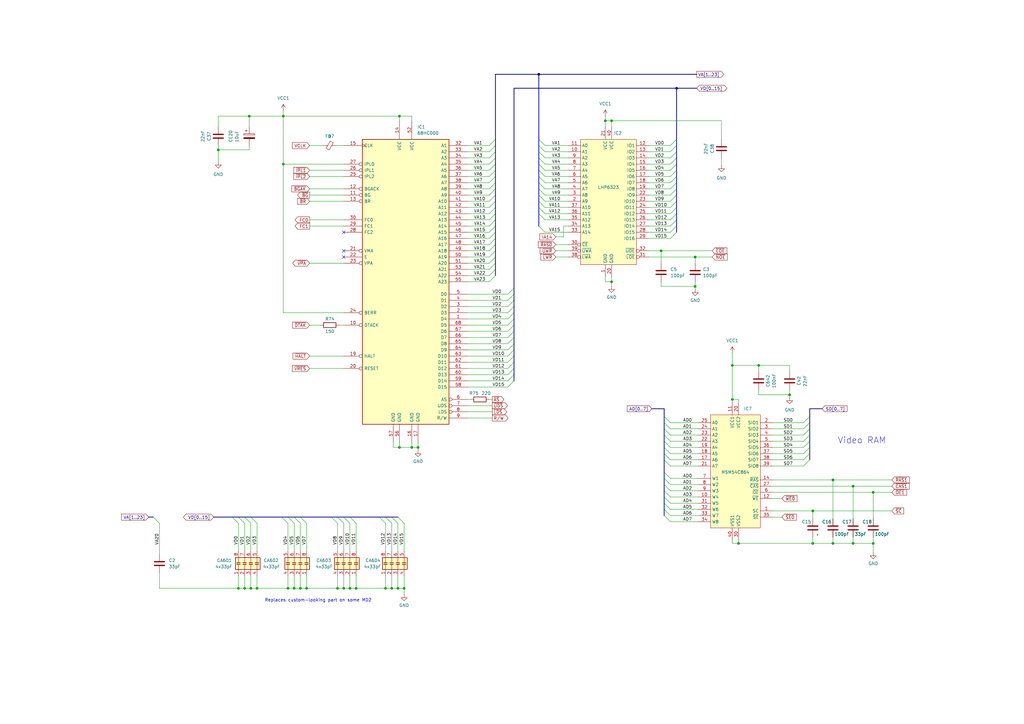
<source format=kicad_sch>
(kicad_sch (version 20250114) (generator "eeschema") (generator_version "9.0")
  (paper "A3")
  (title_block (title "MD CPU and VRAM") (date "2023-11-29") (rev "1.3") (company "By Cosam") (comment 1 "Neptune"))
  (text "Replaces custom-looking part on some MD2" (at 108.585 247.015 0) (effects (font (size 1.27 1.27)) (justify left bottom)))
  (text "Video RAM" (at 343.535 182.245 0) (effects (font (size 2.54 2.54)) (justify left bottom)))
  (junction (at 300.355 163.83))
  (junction (at 100.33 241.3))
  (junction (at 341.63 196.85))
  (junction (at 358.14 201.93))
  (junction (at 250.825 115.57))
  (junction (at 171.45 183.515))
  (junction (at 341.63 222.885))
  (junction (at 102.235 47.625))
  (junction (at 358.14 222.885))
  (junction (at 160.655 241.3))
  (junction (at 285.115 105.41))
  (junction (at 163.83 183.515))
  (junction (at 349.885 222.885))
  (junction (at 143.51 241.3))
  (junction (at 102.87 241.3))
  (junction (at 105.41 241.3))
  (junction (at 333.375 222.885))
  (junction (at 349.885 199.39))
  (junction (at 116.205 67.31))
  (junction (at 250.825 49.53))
  (junction (at 311.15 149.86))
  (junction (at 118.11 241.3))
  (junction (at 89.535 61.468))
  (junction (at 158.115 241.3))
  (junction (at 323.85 161.925))
  (junction (at 125.73 241.3))
  (junction (at 277.495 36.195))
  (junction (at 165.735 241.3))
  (junction (at 116.205 47.625))
  (junction (at 163.195 241.3))
  (junction (at 271.145 102.87))
  (junction (at 300.355 149.86))
  (junction (at 163.83 47.625))
  (junction (at 123.19 241.3))
  (junction (at 140.97 241.3))
  (junction (at 120.65 241.3))
  (junction (at 97.79 241.3))
  (junction (at 138.43 241.3))
  (junction (at 220.98 30.48))
  (junction (at 333.375 209.55))
  (junction (at 248.285 49.53))
  (junction (at 285.115 117.475))
  (junction (at 146.05 241.3))
  (junction (at 168.91 183.515))
  (junction (at 302.895 222.885))
  (no_connect (at 140.97 105.41))
  (no_connect (at 140.97 95.25))
  (no_connect (at 140.97 102.87))
  (bus_entry (at 210.82 143.51) (size -2.54 2.54))
  (bus_entry (at 143.51 212.09) (size 2.54 2.54))
  (bus_entry (at 329.565 180.975) (size 2.54 -2.54))
  (bus_entry (at 200.66 105.41) (size 2.54 -2.54))
  (bus_entry (at 200.66 107.95) (size 2.54 -2.54))
  (bus_entry (at 329.565 186.055) (size 2.54 -2.54))
  (bus_entry (at 135.89 212.09) (size 2.54 2.54))
  (bus_entry (at 277.495 57.15) (size -2.54 2.54))
  (bus_entry (at 274.955 191.135) (size -2.54 -2.54))
  (bus_entry (at 223.52 90.17) (size -2.54 -2.54))
  (bus_entry (at 200.66 110.49) (size 2.54 -2.54))
  (bus_entry (at 277.495 85.09) (size -2.54 2.54))
  (bus_entry (at 210.82 138.43) (size -2.54 2.54))
  (bus_entry (at 277.495 82.55) (size -2.54 2.54))
  (bus_entry (at 223.52 85.09) (size -2.54 -2.54))
  (bus_entry (at 210.82 130.81) (size -2.54 2.54))
  (bus_entry (at 277.495 74.93) (size -2.54 2.54))
  (bus_entry (at 223.52 62.23) (size -2.54 -2.54))
  (bus_entry (at 223.52 69.85) (size -2.54 -2.54))
  (bus_entry (at 277.495 77.47) (size -2.54 2.54))
  (bus_entry (at 274.955 198.755) (size -2.54 -2.54))
  (bus_entry (at 277.495 95.25) (size -2.54 2.54))
  (bus_entry (at 223.52 72.39) (size -2.54 -2.54))
  (bus_entry (at 223.52 67.31) (size -2.54 -2.54))
  (bus_entry (at 97.79 212.09) (size 2.54 2.54))
  (bus_entry (at 200.66 113.03) (size 2.54 -2.54))
  (bus_entry (at 223.52 77.47) (size -2.54 -2.54))
  (bus_entry (at 277.495 62.23) (size -2.54 2.54))
  (bus_entry (at 329.565 188.595) (size 2.54 -2.54))
  (bus_entry (at 274.955 188.595) (size -2.54 -2.54))
  (bus_entry (at 329.565 175.895) (size 2.54 -2.54))
  (bus_entry (at 223.52 74.93) (size -2.54 -2.54))
  (bus_entry (at 274.955 196.215) (size -2.54 -2.54))
  (bus_entry (at 210.82 123.19) (size -2.54 2.54))
  (bus_entry (at 329.565 178.435) (size 2.54 -2.54))
  (bus_entry (at 274.955 211.455) (size -2.54 -2.54))
  (bus_entry (at 210.82 153.67) (size -2.54 2.54))
  (bus_entry (at 200.66 97.79) (size 2.54 -2.54))
  (bus_entry (at 200.66 95.25) (size 2.54 -2.54))
  (bus_entry (at 223.52 87.63) (size -2.54 -2.54))
  (bus_entry (at 95.25 212.09) (size 2.54 2.54))
  (bus_entry (at 200.66 90.17) (size 2.54 -2.54))
  (bus_entry (at 223.52 64.77) (size -2.54 -2.54))
  (bus_entry (at 274.955 213.995) (size -2.54 -2.54))
  (bus_entry (at 277.495 59.69) (size -2.54 2.54))
  (bus_entry (at 210.82 133.35) (size -2.54 2.54))
  (bus_entry (at 274.955 203.835) (size -2.54 -2.54))
  (bus_entry (at 277.495 72.39) (size -2.54 2.54))
  (bus_entry (at 65.405 214.63) (size -2.54 -2.54))
  (bus_entry (at 329.565 183.515) (size 2.54 -2.54))
  (bus_entry (at 223.52 59.69) (size -2.54 -2.54))
  (bus_entry (at 274.955 175.895) (size -2.54 -2.54))
  (bus_entry (at 210.82 151.13) (size -2.54 2.54))
  (bus_entry (at 274.955 178.435) (size -2.54 -2.54))
  (bus_entry (at 210.82 125.73) (size -2.54 2.54))
  (bus_entry (at 200.66 82.55) (size 2.54 -2.54))
  (bus_entry (at 200.66 62.23) (size 2.54 -2.54))
  (bus_entry (at 223.52 80.01) (size -2.54 -2.54))
  (bus_entry (at 200.66 69.85) (size 2.54 -2.54))
  (bus_entry (at 200.66 74.93) (size 2.54 -2.54))
  (bus_entry (at 200.66 100.33) (size 2.54 -2.54))
  (bus_entry (at 140.97 212.09) (size 2.54 2.54))
  (bus_entry (at 274.955 173.355) (size -2.54 -2.54))
  (bus_entry (at 200.66 102.87) (size 2.54 -2.54))
  (bus_entry (at 223.52 95.25) (size -2.54 -2.54))
  (bus_entry (at 329.565 173.355) (size 2.54 -2.54))
  (bus_entry (at 274.955 201.295) (size -2.54 -2.54))
  (bus_entry (at 200.66 87.63) (size 2.54 -2.54))
  (bus_entry (at 200.66 85.09) (size 2.54 -2.54))
  (bus_entry (at 118.11 212.09) (size 2.54 2.54))
  (bus_entry (at 120.65 212.09) (size 2.54 2.54))
  (bus_entry (at 277.495 92.71) (size -2.54 2.54))
  (bus_entry (at 274.955 206.375) (size -2.54 -2.54))
  (bus_entry (at 277.495 69.85) (size -2.54 2.54))
  (bus_entry (at 210.82 146.05) (size -2.54 2.54))
  (bus_entry (at 200.66 77.47) (size 2.54 -2.54))
  (bus_entry (at 200.66 80.01) (size 2.54 -2.54))
  (bus_entry (at 123.19 212.09) (size 2.54 2.54))
  (bus_entry (at 100.33 212.09) (size 2.54 2.54))
  (bus_entry (at 274.955 183.515) (size -2.54 -2.54))
  (bus_entry (at 200.66 115.57) (size 2.54 -2.54))
  (bus_entry (at 200.66 67.31) (size 2.54 -2.54))
  (bus_entry (at 277.495 80.01) (size -2.54 2.54))
  (bus_entry (at 158.115 212.09) (size 2.54 2.54))
  (bus_entry (at 329.565 191.135) (size 2.54 -2.54))
  (bus_entry (at 138.43 212.09) (size 2.54 2.54))
  (bus_entry (at 102.87 212.09) (size 2.54 2.54))
  (bus_entry (at 274.955 186.055) (size -2.54 -2.54))
  (bus_entry (at 277.495 67.31) (size -2.54 2.54))
  (bus_entry (at 210.82 118.11) (size -2.54 2.54))
  (bus_entry (at 274.955 180.975) (size -2.54 -2.54))
  (bus_entry (at 163.195 212.09) (size 2.54 2.54))
  (bus_entry (at 210.82 128.27) (size -2.54 2.54))
  (bus_entry (at 210.82 148.59) (size -2.54 2.54))
  (bus_entry (at 160.655 212.09) (size 2.54 2.54))
  (bus_entry (at 277.495 90.17) (size -2.54 2.54))
  (bus_entry (at 200.66 72.39) (size 2.54 -2.54))
  (bus_entry (at 200.66 59.69) (size 2.54 -2.54))
  (bus_entry (at 210.82 135.89) (size -2.54 2.54))
  (bus_entry (at 210.82 156.21) (size -2.54 2.54))
  (bus_entry (at 200.66 64.77) (size 2.54 -2.54))
  (bus_entry (at 223.52 82.55) (size -2.54 -2.54))
  (bus_entry (at 277.495 64.77) (size -2.54 2.54))
  (bus_entry (at 274.955 208.915) (size -2.54 -2.54))
  (bus_entry (at 210.82 120.65) (size -2.54 2.54))
  (bus_entry (at 210.82 140.97) (size -2.54 2.54))
  (bus_entry (at 277.495 87.63) (size -2.54 2.54))
  (bus_entry (at 200.66 92.71) (size 2.54 -2.54))
  (bus_entry (at 115.57 212.09) (size 2.54 2.54))
  (bus_entry (at 155.575 212.09) (size 2.54 2.54))
  (wire (pts (xy 316.865 191.135) (xy 329.565 191.135)))
  (bus (pts (xy 277.495 72.39) (xy 277.495 69.85)))
  (wire (pts (xy 118.11 236.22) (xy 118.11 241.3)))
  (wire (pts (xy 158.115 214.63) (xy 158.115 226.06)))
  (wire (pts (xy 223.52 74.93) (xy 233.045 74.93)))
  (wire (pts (xy 358.14 222.885) (xy 358.14 226.695)))
  (wire (pts (xy 140.97 241.3) (xy 143.51 241.3)))
  (wire (pts (xy 191.77 151.13) (xy 208.28 151.13)))
  (bus (pts (xy 220.98 77.47) (xy 220.98 74.93)))
  (wire (pts (xy 266.065 80.01) (xy 274.955 80.01)))
  (wire (pts (xy 100.33 241.3) (xy 102.87 241.3)))
  (bus (pts (xy 210.82 138.43) (xy 210.82 135.89)))
  (wire (pts (xy 316.865 209.55) (xy 333.375 209.55)))
  (wire (pts (xy 274.955 186.055) (xy 286.385 186.055)))
  (wire (pts (xy 266.065 87.63) (xy 274.955 87.63)))
  (wire (pts (xy 316.865 204.47) (xy 320.675 204.47)))
  (wire (pts (xy 191.77 140.97) (xy 208.28 140.97)))
  (wire (pts (xy 165.735 236.22) (xy 165.735 241.3)))
  (wire (pts (xy 191.77 163.83) (xy 193.04 163.83)))
  (wire (pts (xy 191.77 113.03) (xy 200.66 113.03)))
  (bus (pts (xy 332.105 186.055) (xy 332.105 183.515)))
  (wire (pts (xy 163.195 236.22) (xy 163.195 241.3)))
  (wire (pts (xy 271.145 117.475) (xy 271.145 115.57)))
  (wire (pts (xy 171.45 183.515) (xy 171.45 184.785)))
  (wire (pts (xy 266.065 67.31) (xy 274.955 67.31)))
  (wire (pts (xy 161.29 181.61) (xy 161.29 183.515)))
  (wire (pts (xy 100.33 236.22) (xy 100.33 241.3)))
  (wire (pts (xy 274.955 191.135) (xy 286.385 191.135)))
  (bus (pts (xy 203.2 67.31) (xy 203.2 64.77)))
  (wire (pts (xy 223.52 95.25) (xy 233.045 95.25)))
  (wire (pts (xy 223.52 72.39) (xy 233.045 72.39)))
  (wire (pts (xy 138.43 241.3) (xy 140.97 241.3)))
  (wire (pts (xy 323.85 161.925) (xy 311.15 161.925)))
  (wire (pts (xy 295.91 57.15) (xy 295.91 49.53)))
  (bus (pts (xy 332.105 188.595) (xy 332.105 186.055)))
  (bus (pts (xy 272.415 201.295) (xy 272.415 198.755)))
  (wire (pts (xy 97.79 241.3) (xy 65.405 241.3)))
  (wire (pts (xy 223.52 85.09) (xy 233.045 85.09)))
  (wire (pts (xy 341.63 196.85) (xy 341.63 212.725)))
  (bus (pts (xy 203.2 92.71) (xy 203.2 90.17)))
  (bus (pts (xy 203.2 80.01) (xy 203.2 77.47)))
  (wire (pts (xy 274.955 213.995) (xy 286.385 213.995)))
  (bus (pts (xy 210.82 123.19) (xy 210.82 120.65)))
  (wire (pts (xy 191.77 130.81) (xy 208.28 130.81)))
  (bus (pts (xy 203.2 85.09) (xy 203.2 82.55)))
  (bus (pts (xy 277.495 90.17) (xy 277.495 87.63)))
  (wire (pts (xy 323.85 160.02) (xy 323.85 161.925)))
  (wire (pts (xy 65.405 241.3) (xy 65.405 234.95)))
  (wire (pts (xy 223.52 62.23) (xy 233.045 62.23)))
  (wire (pts (xy 137.795 59.69) (xy 140.97 59.69)))
  (wire (pts (xy 285.115 115.57) (xy 285.115 117.475)))
  (bus (pts (xy 272.415 188.595) (xy 272.415 193.675)))
  (bus (pts (xy 272.415 211.455) (xy 272.415 208.915)))
  (bus (pts (xy 203.2 87.63) (xy 203.2 85.09)))
  (bus (pts (xy 210.82 135.89) (xy 210.82 133.35)))
  (wire (pts (xy 191.77 72.39) (xy 200.66 72.39)))
  (wire (pts (xy 316.865 201.93) (xy 358.14 201.93)))
  (wire (pts (xy 323.85 152.4) (xy 323.85 149.86)))
  (wire (pts (xy 168.91 47.625) (xy 168.91 49.53)))
  (wire (pts (xy 300.355 222.885) (xy 300.355 221.615)))
  (bus (pts (xy 210.82 140.97) (xy 210.82 138.43)))
  (bus (pts (xy 277.495 57.15) (xy 277.495 36.195)))
  (wire (pts (xy 191.77 133.35) (xy 208.28 133.35)))
  (wire (pts (xy 302.895 222.885) (xy 300.355 222.885)))
  (wire (pts (xy 316.865 186.055) (xy 329.565 186.055)))
  (wire (pts (xy 274.955 183.515) (xy 286.385 183.515)))
  (wire (pts (xy 191.77 148.59) (xy 208.28 148.59)))
  (bus (pts (xy 210.82 148.59) (xy 210.82 146.05)))
  (bus (pts (xy 220.98 87.63) (xy 220.98 92.71)))
  (wire (pts (xy 127 80.01) (xy 140.97 80.01)))
  (wire (pts (xy 191.77 100.33) (xy 200.66 100.33)))
  (wire (pts (xy 274.955 206.375) (xy 286.385 206.375)))
  (wire (pts (xy 191.77 156.21) (xy 208.28 156.21)))
  (wire (pts (xy 127 146.05) (xy 140.97 146.05)))
  (wire (pts (xy 300.355 149.86) (xy 311.15 149.86)))
  (bus (pts (xy 203.2 110.49) (xy 203.2 107.95)))
  (bus (pts (xy 210.82 156.21) (xy 210.82 153.67)))
  (wire (pts (xy 123.19 241.3) (xy 125.73 241.3)))
  (wire (pts (xy 105.41 214.63) (xy 105.41 226.06)))
  (bus (pts (xy 97.79 212.09) (xy 95.25 212.09)))
  (wire (pts (xy 116.205 45.339) (xy 116.205 47.625)))
  (bus (pts (xy 220.98 59.69) (xy 220.98 57.15)))
  (wire (pts (xy 274.955 201.295) (xy 286.385 201.295)))
  (wire (pts (xy 250.825 115.57) (xy 250.825 117.475)))
  (wire (pts (xy 274.955 180.975) (xy 286.385 180.975)))
  (wire (pts (xy 349.885 199.39) (xy 365.76 199.39)))
  (wire (pts (xy 160.655 236.22) (xy 160.655 241.3)))
  (bus (pts (xy 203.2 105.41) (xy 203.2 102.87)))
  (wire (pts (xy 285.115 105.41) (xy 285.115 107.95)))
  (wire (pts (xy 223.52 87.63) (xy 233.045 87.63)))
  (wire (pts (xy 191.77 120.65) (xy 208.28 120.65)))
  (wire (pts (xy 311.15 149.86) (xy 311.15 152.4)))
  (wire (pts (xy 127 82.55) (xy 140.97 82.55)))
  (wire (pts (xy 127 69.85) (xy 140.97 69.85)))
  (bus (pts (xy 102.87 212.09) (xy 100.33 212.09)))
  (wire (pts (xy 316.865 178.435) (xy 329.565 178.435)))
  (wire (pts (xy 285.115 105.41) (xy 292.1 105.41)))
  (wire (pts (xy 223.52 59.69) (xy 233.045 59.69)))
  (wire (pts (xy 302.895 221.615) (xy 302.895 222.885)))
  (wire (pts (xy 191.77 166.37) (xy 201.93 166.37)))
  (bus (pts (xy 203.2 69.85) (xy 203.2 67.31)))
  (wire (pts (xy 295.91 64.77) (xy 295.91 67.945)))
  (bus (pts (xy 272.415 186.055) (xy 272.415 183.515)))
  (wire (pts (xy 274.955 188.595) (xy 286.385 188.595)))
  (bus (pts (xy 220.98 67.31) (xy 220.98 64.77)))
  (wire (pts (xy 127 77.47) (xy 140.97 77.47)))
  (wire (pts (xy 191.77 138.43) (xy 208.28 138.43)))
  (wire (pts (xy 266.065 85.09) (xy 274.955 85.09)))
  (wire (pts (xy 89.535 52.07) (xy 89.535 47.625)))
  (wire (pts (xy 349.885 220.345) (xy 349.885 222.885)))
  (wire (pts (xy 274.955 178.435) (xy 286.385 178.435)))
  (bus (pts (xy 277.495 82.55) (xy 277.495 80.01)))
  (wire (pts (xy 266.065 95.25) (xy 274.955 95.25)))
  (bus (pts (xy 277.495 77.47) (xy 277.495 74.93)))
  (wire (pts (xy 143.51 214.63) (xy 143.51 226.06)))
  (wire (pts (xy 163.195 214.63) (xy 163.195 226.06)))
  (wire (pts (xy 323.85 161.925) (xy 323.85 163.068)))
  (wire (pts (xy 160.655 214.63) (xy 160.655 226.06)))
  (wire (pts (xy 158.115 236.22) (xy 158.115 241.3)))
  (wire (pts (xy 250.825 113.665) (xy 250.825 115.57)))
  (wire (pts (xy 274.955 173.355) (xy 286.385 173.355)))
  (wire (pts (xy 300.355 149.86) (xy 300.355 163.83)))
  (wire (pts (xy 191.77 67.31) (xy 200.66 67.31)))
  (wire (pts (xy 191.77 62.23) (xy 200.66 62.23)))
  (wire (pts (xy 223.52 64.77) (xy 233.045 64.77)))
  (wire (pts (xy 333.375 209.55) (xy 365.76 209.55)))
  (wire (pts (xy 227.965 102.87) (xy 233.045 102.87)))
  (bus (pts (xy 337.185 167.64) (xy 332.105 167.64)))
  (wire (pts (xy 358.14 201.93) (xy 358.14 212.725)))
  (wire (pts (xy 285.115 117.475) (xy 285.115 118.745)))
  (wire (pts (xy 191.77 171.45) (xy 201.93 171.45)))
  (wire (pts (xy 191.77 115.57) (xy 200.66 115.57)))
  (wire (pts (xy 127 151.13) (xy 140.97 151.13)))
  (bus (pts (xy 220.98 30.48) (xy 220.98 57.15)))
  (wire (pts (xy 191.77 69.85) (xy 200.66 69.85)))
  (bus (pts (xy 220.98 64.77) (xy 220.98 62.23)))
  (wire (pts (xy 274.955 211.455) (xy 286.385 211.455)))
  (wire (pts (xy 102.235 47.625) (xy 116.205 47.625)))
  (wire (pts (xy 266.065 69.85) (xy 274.955 69.85)))
  (wire (pts (xy 191.77 59.69) (xy 200.66 59.69)))
  (wire (pts (xy 274.955 203.835) (xy 286.385 203.835)))
  (wire (pts (xy 274.955 175.895) (xy 286.385 175.895)))
  (wire (pts (xy 146.05 236.22) (xy 146.05 241.3)))
  (wire (pts (xy 223.52 82.55) (xy 233.045 82.55)))
  (bus (pts (xy 203.2 90.17) (xy 203.2 87.63)))
  (bus (pts (xy 203.2 107.95) (xy 203.2 105.41)))
  (wire (pts (xy 163.83 183.515) (xy 168.91 183.515)))
  (wire (pts (xy 102.87 214.63) (xy 102.87 226.06)))
  (bus (pts (xy 272.415 186.055) (xy 272.415 188.595)))
  (wire (pts (xy 248.285 47.625) (xy 248.285 49.53)))
  (wire (pts (xy 160.655 241.3) (xy 163.195 241.3)))
  (bus (pts (xy 332.105 178.435) (xy 332.105 175.895)))
  (wire (pts (xy 223.52 77.47) (xy 233.045 77.47)))
  (wire (pts (xy 358.14 222.885) (xy 349.885 222.885)))
  (bus (pts (xy 272.415 173.355) (xy 272.415 170.815)))
  (wire (pts (xy 191.77 143.51) (xy 208.28 143.51)))
  (bus (pts (xy 210.82 130.81) (xy 210.82 128.27)))
  (wire (pts (xy 89.535 47.625) (xy 102.235 47.625)))
  (wire (pts (xy 89.535 61.468) (xy 89.535 66.421)))
  (wire (pts (xy 163.83 47.625) (xy 163.83 49.53)))
  (wire (pts (xy 266.065 105.41) (xy 285.115 105.41)))
  (wire (pts (xy 266.065 90.17) (xy 274.955 90.17)))
  (wire (pts (xy 191.77 74.93) (xy 200.66 74.93)))
  (wire (pts (xy 140.97 214.63) (xy 140.97 226.06)))
  (bus (pts (xy 203.2 82.55) (xy 203.2 80.01)))
  (bus (pts (xy 203.2 95.25) (xy 203.2 92.71)))
  (wire (pts (xy 266.065 102.87) (xy 271.145 102.87)))
  (wire (pts (xy 358.14 220.345) (xy 358.14 222.885)))
  (wire (pts (xy 316.865 188.595) (xy 329.565 188.595)))
  (wire (pts (xy 102.235 61.468) (xy 89.535 61.468)))
  (wire (pts (xy 285.115 117.475) (xy 271.145 117.475)))
  (wire (pts (xy 191.77 102.87) (xy 200.66 102.87)))
  (wire (pts (xy 65.405 214.63) (xy 65.405 227.33)))
  (bus (pts (xy 220.98 62.23) (xy 220.98 59.69)))
  (wire (pts (xy 316.865 199.39) (xy 349.885 199.39)))
  (wire (pts (xy 191.77 92.71) (xy 200.66 92.71)))
  (wire (pts (xy 143.51 236.22) (xy 143.51 241.3)))
  (bus (pts (xy 210.82 133.35) (xy 210.82 130.81)))
  (wire (pts (xy 191.77 95.25) (xy 200.66 95.25)))
  (wire (pts (xy 191.77 64.77) (xy 200.66 64.77)))
  (bus (pts (xy 203.2 62.23) (xy 203.2 59.69)))
  (bus (pts (xy 210.82 120.65) (xy 210.82 118.11)))
  (wire (pts (xy 349.885 222.885) (xy 341.63 222.885)))
  (bus (pts (xy 277.495 95.25) (xy 277.495 92.71)))
  (bus (pts (xy 332.105 170.815) (xy 332.105 173.355)))
  (bus (pts (xy 272.415 178.435) (xy 272.415 175.895)))
  (wire (pts (xy 171.45 181.61) (xy 171.45 183.515)))
  (wire (pts (xy 274.955 208.915) (xy 286.385 208.915)))
  (bus (pts (xy 203.2 30.48) (xy 203.2 57.15)))
  (wire (pts (xy 300.355 163.83) (xy 300.355 165.1)))
  (wire (pts (xy 358.14 201.93) (xy 365.76 201.93)))
  (wire (pts (xy 120.65 214.63) (xy 120.65 226.06)))
  (wire (pts (xy 123.19 214.63) (xy 123.19 226.06)))
  (wire (pts (xy 158.115 241.3) (xy 160.655 241.3)))
  (wire (pts (xy 116.205 47.625) (xy 116.205 67.31)))
  (bus (pts (xy 203.2 74.93) (xy 203.2 72.39)))
  (wire (pts (xy 191.77 146.05) (xy 208.28 146.05)))
  (bus (pts (xy 332.105 167.64) (xy 332.105 170.815)))
  (wire (pts (xy 316.865 196.85) (xy 341.63 196.85)))
  (wire (pts (xy 333.375 220.345) (xy 333.375 222.885)))
  (bus (pts (xy 138.43 212.09) (xy 135.89 212.09)))
  (wire (pts (xy 271.145 102.87) (xy 271.145 107.95)))
  (bus (pts (xy 203.2 113.03) (xy 203.2 110.49)))
  (wire (pts (xy 116.205 128.27) (xy 116.205 67.31)))
  (bus (pts (xy 203.2 102.87) (xy 203.2 100.33)))
  (wire (pts (xy 223.52 67.31) (xy 233.045 67.31)))
  (bus (pts (xy 203.2 64.77) (xy 203.2 62.23)))
  (wire (pts (xy 316.865 180.975) (xy 329.565 180.975)))
  (wire (pts (xy 102.235 47.625) (xy 102.235 52.07)))
  (wire (pts (xy 341.63 196.85) (xy 365.76 196.85)))
  (wire (pts (xy 266.065 72.39) (xy 274.955 72.39)))
  (wire (pts (xy 349.885 199.39) (xy 349.885 212.725)))
  (wire (pts (xy 266.065 92.71) (xy 274.955 92.71)))
  (wire (pts (xy 100.33 214.63) (xy 100.33 226.06)))
  (bus (pts (xy 203.2 77.47) (xy 203.2 74.93)))
  (wire (pts (xy 138.43 214.63) (xy 138.43 226.06)))
  (bus (pts (xy 115.57 212.09) (xy 102.87 212.09)))
  (bus (pts (xy 123.19 212.09) (xy 120.65 212.09)))
  (bus (pts (xy 163.195 212.09) (xy 160.655 212.09)))
  (bus (pts (xy 277.495 62.23) (xy 277.495 59.69)))
  (wire (pts (xy 266.065 82.55) (xy 274.955 82.55)))
  (wire (pts (xy 191.77 107.95) (xy 200.66 107.95)))
  (wire (pts (xy 274.955 196.215) (xy 286.385 196.215)))
  (bus (pts (xy 220.98 87.63) (xy 220.98 85.09)))
  (wire (pts (xy 191.77 82.55) (xy 200.66 82.55)))
  (wire (pts (xy 140.97 236.22) (xy 140.97 241.3)))
  (bus (pts (xy 220.98 30.48) (xy 285.75 30.48)))
  (bus (pts (xy 277.495 59.69) (xy 277.495 57.15)))
  (bus (pts (xy 203.2 30.48) (xy 220.98 30.48)))
  (bus (pts (xy 220.98 80.01) (xy 220.98 77.47)))
  (wire (pts (xy 266.065 64.77) (xy 274.955 64.77)))
  (wire (pts (xy 168.91 181.61) (xy 168.91 183.515)))
  (wire (pts (xy 125.73 214.63) (xy 125.73 226.06)))
  (wire (pts (xy 266.065 59.69) (xy 274.955 59.69)))
  (bus (pts (xy 220.98 85.09) (xy 220.98 82.55)))
  (wire (pts (xy 102.87 236.22) (xy 102.87 241.3)))
  (wire (pts (xy 191.77 128.27) (xy 208.28 128.27)))
  (wire (pts (xy 120.65 236.22) (xy 120.65 241.3)))
  (bus (pts (xy 120.65 212.09) (xy 118.11 212.09)))
  (wire (pts (xy 168.91 183.515) (xy 171.45 183.515)))
  (wire (pts (xy 89.535 59.69) (xy 89.535 61.468)))
  (bus (pts (xy 277.495 92.71) (xy 277.495 90.17)))
  (wire (pts (xy 163.83 181.61) (xy 163.83 183.515)))
  (wire (pts (xy 116.205 47.625) (xy 163.83 47.625)))
  (wire (pts (xy 300.355 163.83) (xy 302.895 163.83)))
  (wire (pts (xy 316.865 173.355) (xy 329.565 173.355)))
  (wire (pts (xy 266.065 74.93) (xy 274.955 74.93)))
  (wire (pts (xy 146.05 241.3) (xy 158.115 241.3)))
  (wire (pts (xy 200.66 163.83) (xy 201.93 163.83)))
  (wire (pts (xy 97.79 214.63) (xy 97.79 226.06)))
  (bus (pts (xy 277.495 74.93) (xy 277.495 72.39)))
  (bus (pts (xy 143.51 212.09) (xy 140.97 212.09)))
  (wire (pts (xy 302.895 163.83) (xy 302.895 165.1)))
  (wire (pts (xy 223.52 69.85) (xy 233.045 69.85)))
  (bus (pts (xy 272.415 175.895) (xy 272.415 173.355)))
  (wire (pts (xy 333.375 209.55) (xy 333.375 212.725)))
  (bus (pts (xy 210.82 125.73) (xy 210.82 123.19)))
  (wire (pts (xy 248.285 115.57) (xy 250.825 115.57)))
  (bus (pts (xy 220.98 82.55) (xy 220.98 80.01)))
  (wire (pts (xy 227.965 105.41) (xy 233.045 105.41)))
  (wire (pts (xy 191.77 123.19) (xy 208.28 123.19)))
  (wire (pts (xy 191.77 135.89) (xy 208.28 135.89)))
  (wire (pts (xy 138.43 236.22) (xy 138.43 241.3)))
  (wire (pts (xy 125.73 241.3) (xy 138.43 241.3)))
  (wire (pts (xy 250.825 49.53) (xy 250.825 52.07)))
  (wire (pts (xy 250.825 49.53) (xy 295.91 49.53)))
  (bus (pts (xy 203.2 97.79) (xy 203.2 95.25)))
  (wire (pts (xy 274.955 198.755) (xy 286.385 198.755)))
  (wire (pts (xy 191.77 125.73) (xy 208.28 125.73)))
  (wire (pts (xy 127 92.71) (xy 140.97 92.71)))
  (wire (pts (xy 127 90.17) (xy 140.97 90.17)))
  (wire (pts (xy 266.065 62.23) (xy 274.955 62.23)))
  (bus (pts (xy 135.89 212.09) (xy 123.19 212.09)))
  (wire (pts (xy 316.865 175.895) (xy 329.565 175.895)))
  (wire (pts (xy 191.77 85.09) (xy 200.66 85.09)))
  (bus (pts (xy 267.335 167.64) (xy 272.415 167.64)))
  (bus (pts (xy 210.82 143.51) (xy 210.82 140.97)))
  (bus (pts (xy 210.82 36.195) (xy 210.82 118.11)))
  (bus (pts (xy 277.495 64.77) (xy 277.495 62.23)))
  (wire (pts (xy 231.14 92.71) (xy 231.14 97.155)))
  (wire (pts (xy 165.735 241.3) (xy 165.735 243.84)))
  (wire (pts (xy 233.045 92.71) (xy 231.14 92.71)))
  (bus (pts (xy 332.105 180.975) (xy 332.105 178.435)))
  (wire (pts (xy 316.865 183.515) (xy 329.565 183.515)))
  (bus (pts (xy 277.495 80.01) (xy 277.495 77.47)))
  (bus (pts (xy 210.82 128.27) (xy 210.82 125.73)))
  (bus (pts (xy 210.82 146.05) (xy 210.82 143.51)))
  (bus (pts (xy 210.82 151.13) (xy 210.82 148.59)))
  (bus (pts (xy 158.115 212.09) (xy 155.575 212.09)))
  (wire (pts (xy 127 133.35) (xy 131.445 133.35)))
  (wire (pts (xy 300.355 144.78) (xy 300.355 149.86)))
  (wire (pts (xy 163.195 241.3) (xy 165.735 241.3)))
  (bus (pts (xy 272.415 180.975) (xy 272.415 178.435)))
  (bus (pts (xy 277.495 67.31) (xy 277.495 64.77)))
  (wire (pts (xy 120.65 241.3) (xy 123.19 241.3)))
  (bus (pts (xy 277.495 69.85) (xy 277.495 67.31)))
  (bus (pts (xy 160.655 212.09) (xy 158.115 212.09)))
  (bus (pts (xy 60.96 212.09) (xy 62.865 212.09)))
  (bus (pts (xy 118.11 212.09) (xy 115.57 212.09)))
  (wire (pts (xy 333.375 222.885) (xy 302.895 222.885)))
  (wire (pts (xy 102.235 59.69) (xy 102.235 61.468)))
  (bus (pts (xy 272.415 167.64) (xy 272.415 170.815)))
  (wire (pts (xy 139.065 133.35) (xy 140.97 133.35)))
  (bus (pts (xy 210.82 153.67) (xy 210.82 151.13)))
  (wire (pts (xy 341.63 222.885) (xy 333.375 222.885)))
  (wire (pts (xy 102.87 241.3) (xy 105.41 241.3)))
  (wire (pts (xy 127 59.69) (xy 132.715 59.69)))
  (wire (pts (xy 191.77 168.91) (xy 201.93 168.91)))
  (wire (pts (xy 191.77 80.01) (xy 200.66 80.01)))
  (bus (pts (xy 272.415 206.375) (xy 272.415 203.835)))
  (bus (pts (xy 277.495 36.195) (xy 210.82 36.195)))
  (wire (pts (xy 231.14 97.155) (xy 227.965 97.155)))
  (wire (pts (xy 248.285 49.53) (xy 248.285 52.07)))
  (bus (pts (xy 277.495 36.195) (xy 285.75 36.195)))
  (bus (pts (xy 140.97 212.09) (xy 138.43 212.09)))
  (wire (pts (xy 223.52 90.17) (xy 233.045 90.17)))
  (bus (pts (xy 203.2 72.39) (xy 203.2 69.85)))
  (wire (pts (xy 97.79 236.22) (xy 97.79 241.3)))
  (wire (pts (xy 143.51 241.3) (xy 146.05 241.3)))
  (wire (pts (xy 163.83 47.625) (xy 168.91 47.625)))
  (wire (pts (xy 118.11 214.63) (xy 118.11 226.06)))
  (wire (pts (xy 165.735 214.63) (xy 165.735 226.06)))
  (wire (pts (xy 105.41 241.3) (xy 118.11 241.3)))
  (bus (pts (xy 272.415 203.835) (xy 272.415 201.295)))
  (bus (pts (xy 220.98 72.39) (xy 220.98 69.85)))
  (bus (pts (xy 203.2 100.33) (xy 203.2 97.79)))
  (wire (pts (xy 191.77 87.63) (xy 200.66 87.63)))
  (wire (pts (xy 191.77 77.47) (xy 200.66 77.47)))
  (bus (pts (xy 272.415 208.915) (xy 272.415 206.375)))
  (bus (pts (xy 272.415 196.215) (xy 272.415 193.675)))
  (wire (pts (xy 127 72.39) (xy 140.97 72.39)))
  (wire (pts (xy 341.63 220.345) (xy 341.63 222.885)))
  (wire (pts (xy 227.965 100.33) (xy 233.045 100.33)))
  (wire (pts (xy 125.73 236.22) (xy 125.73 241.3)))
  (bus (pts (xy 220.98 69.85) (xy 220.98 67.31)))
  (wire (pts (xy 123.19 236.22) (xy 123.19 241.3)))
  (bus (pts (xy 203.2 59.69) (xy 203.2 57.15)))
  (wire (pts (xy 191.77 97.79) (xy 200.66 97.79)))
  (wire (pts (xy 97.79 241.3) (xy 100.33 241.3)))
  (wire (pts (xy 116.205 128.27) (xy 140.97 128.27)))
  (wire (pts (xy 105.41 236.22) (xy 105.41 241.3)))
  (bus (pts (xy 95.25 212.09) (xy 87.63 212.09)))
  (wire (pts (xy 266.065 97.79) (xy 274.955 97.79)))
  (wire (pts (xy 223.52 80.01) (xy 233.045 80.01)))
  (wire (pts (xy 311.15 149.86) (xy 323.85 149.86)))
  (bus (pts (xy 277.495 85.09) (xy 277.495 82.55)))
  (bus (pts (xy 332.105 175.895) (xy 332.105 173.355)))
  (wire (pts (xy 248.285 113.665) (xy 248.285 115.57)))
  (wire (pts (xy 191.77 90.17) (xy 200.66 90.17)))
  (wire (pts (xy 191.77 105.41) (xy 200.66 105.41)))
  (wire (pts (xy 127 107.95) (xy 140.97 107.95)))
  (bus (pts (xy 272.415 198.755) (xy 272.415 196.215)))
  (wire (pts (xy 161.29 183.515) (xy 163.83 183.515)))
  (bus (pts (xy 272.415 183.515) (xy 272.415 180.975)))
  (bus (pts (xy 277.495 87.63) (xy 277.495 85.09)))
  (wire (pts (xy 191.77 153.67) (xy 208.28 153.67)))
  (wire (pts (xy 146.05 214.63) (xy 146.05 226.06)))
  (bus (pts (xy 155.575 212.09) (xy 143.51 212.09)))
  (bus (pts (xy 220.98 74.93) (xy 220.98 72.39)))
  (wire (pts (xy 191.77 110.49) (xy 200.66 110.49)))
  (bus (pts (xy 332.105 183.515) (xy 332.105 180.975)))
  (wire (pts (xy 271.145 102.87) (xy 292.1 102.87)))
  (wire (pts (xy 118.11 241.3) (xy 120.65 241.3)))
  (wire (pts (xy 248.285 49.53) (xy 250.825 49.53)))
  (wire (pts (xy 191.77 158.75) (xy 208.28 158.75)))
  (wire (pts (xy 266.065 77.47) (xy 274.955 77.47)))
  (wire (pts (xy 311.15 161.925) (xy 311.15 160.02)))
  (wire (pts (xy 316.865 212.09) (xy 320.675 212.09)))
  (wire (pts (xy 116.205 67.31) (xy 140.97 67.31)))
  (bus (pts (xy 100.33 212.09) (xy 97.79 212.09)))
  (label "SD6" (at 321.31 188.595 0))
  (label "VA3" (at 194.31 64.77 0))
  (label "SD0" (at 321.31 173.355 0))
  (label "AD0" (at 283.845 196.215 180))
  (label "VA2" (at 229.87 62.23 180))
  (label "VD1" (at 100.33 223.52 90))
  (label "VD5" (at 268.605 72.39 0))
  (label "VA11" (at 194.31 85.09 0))
  (label "VD13" (at 201.93 153.67 0))
  (label "AD2" (at 283.845 178.435 180))
  (label "VD7" (at 125.73 223.52 90))
  (label "VD4" (at 268.605 69.85 0))
  (label "VA2" (at 194.31 62.23 0))
  (label "VA13" (at 229.87 90.17 180))
  (label "VD8" (at 268.605 80.01 0))
  (label "AD3" (at 283.845 203.835 180))
  (label "VD3" (at 268.605 67.31 0))
  (label "VD11" (at 146.05 223.52 90))
  (label "VD11" (at 268.605 87.63 0))
  (label "VA10" (at 229.87 82.55 180))
  (label "VD9" (at 201.93 143.51 0))
  (label "VD4" (at 201.93 130.81 0))
  (label "VD1" (at 201.93 123.19 0))
  (label "VA10" (at 194.31 82.55 0))
  (label "VA17" (at 194.31 100.33 0))
  (label "VD12" (at 268.605 90.17 0))
  (label "VA13" (at 194.31 90.17 0))
  (label "VA1" (at 194.31 59.69 0))
  (label "AD5" (at 283.845 208.915 180))
  (label "AD6" (at 283.845 188.595 180))
  (label "VA4" (at 194.31 67.31 0))
  (label "AD1" (at 283.845 198.755 180))
  (label "VD5" (at 201.93 133.35 0))
  (label "VD9" (at 268.605 82.55 0))
  (label "AD2" (at 283.845 201.295 180))
  (label "VD2" (at 201.93 125.73 0))
  (label "VD6" (at 201.93 135.89 0))
  (label "VD14" (at 268.605 95.25 0))
  (label "VD1" (at 268.605 62.23 0))
  (label "VD3" (at 201.93 128.27 0))
  (label "SD4" (at 321.31 183.515 0))
  (label "VA1" (at 229.87 59.69 180))
  (label "SD1" (at 321.31 175.895 0))
  (label "VD12" (at 158.115 223.52 90))
  (label "VA20" (at 194.31 107.95 0))
  (label "VA11" (at 229.87 85.09 180))
  (label "VD0" (at 97.79 223.52 90))
  (label "AD0" (at 283.845 173.355 180))
  (label "VD8" (at 201.93 140.97 0))
  (label "VD11" (at 201.93 148.59 0))
  (label "VD13" (at 268.605 92.71 0))
  (label "VD15" (at 268.605 97.79 0))
  (label "VA23" (at 194.31 115.57 0))
  (label "VD10" (at 201.93 146.05 0))
  (label "AD3" (at 283.845 180.975 180))
  (label "VD0" (at 268.605 59.69 0))
  (label "VD6" (at 268.605 74.93 0))
  (label "VD3" (at 105.41 223.52 90))
  (label "SD5" (at 321.31 186.055 0))
  (label "AD1" (at 283.845 175.895 180))
  (label "VA15" (at 194.31 95.25 0))
  (label "VD12" (at 201.93 151.13 0))
  (label "VD10" (at 143.51 223.52 90))
  (label "VD13" (at 160.655 223.52 90))
  (label "VD10" (at 268.605 85.09 0))
  (label "VA7" (at 229.87 74.93 180))
  (label "VA9" (at 229.87 80.01 180))
  (label "AD7" (at 283.845 213.995 180))
  (label "VD7" (at 201.93 138.43 0))
  (label "VA7" (at 194.31 74.93 0))
  (label "VA6" (at 229.87 72.39 180))
  (label "VD2" (at 268.605 64.77 0))
  (label "VA12" (at 229.87 87.63 180))
  (label "VD0" (at 201.93 120.65 0))
  (label "VD4" (at 118.11 223.52 90))
  (label "VD7" (at 268.605 77.47 0))
  (label "VA12" (at 194.31 87.63 0))
  (label "AD4" (at 283.845 183.515 180))
  (label "VA19" (at 194.31 105.41 0))
  (label "VD8" (at 138.43 223.52 90))
  (label "VD15" (at 201.93 158.75 0))
  (label "AD6" (at 283.845 211.455 180))
  (label "AD5" (at 283.845 186.055 180))
  (label "VD15" (at 165.735 223.52 90))
  (label "VA8" (at 194.31 77.47 0))
  (label "VA18" (at 194.31 102.87 0))
  (label "VA22" (at 194.31 113.03 0))
  (label "VA4" (at 229.87 67.31 180))
  (label "VD2" (at 102.87 223.52 90))
  (label "VA21" (at 194.31 110.49 0))
  (label "VA14" (at 194.31 92.71 0))
  (label "SD3" (at 321.31 180.975 0))
  (label "AD4" (at 283.845 206.375 180))
  (label "VA16" (at 194.31 97.79 0))
  (label "SD2" (at 321.31 178.435 0))
  (label "VA15" (at 229.87 95.25 180))
  (label "VD14" (at 163.195 223.52 90))
  (label "VD14" (at 201.93 156.21 0))
  (label "VA6" (at 194.31 72.39 0))
  (label "VA9" (at 194.31 80.01 0))
  (label "VA20" (at 65.405 223.52 90))
  (label "VA5" (at 194.31 69.85 0))
  (label "VA8" (at 229.87 77.47 180))
  (label "AD7" (at 283.845 191.135 180))
  (label "SD7" (at 321.31 191.135 0))
  (label "VD6" (at 123.19 223.52 90))
  (label "VA5" (at 229.87 69.85 180))
  (label "VA3" (at 229.87 64.77 180))
  (label "VD9" (at 140.97 223.52 90))
  (label "VD5" (at 120.65 223.52 90))
  (global_label "FC0" (shape output) (at 127 90.17 180) (property "Intersheetrefs" "${INTERSHEET_REFS}" (effects (hide yes))))
  (global_label "~{HALT}" (shape input) (at 127 146.05 180) (property "Intersheetrefs" "${INTERSHEET_REFS}" (effects (hide yes))))
  (global_label "~{DTAK}" (shape input) (at 127 133.35 180) (property "Intersheetrefs" "${INTERSHEET_REFS}" (effects (hide yes))))
  (global_label "~{SE0}" (shape input) (at 320.675 212.09 0) (property "Intersheetrefs" "${INTERSHEET_REFS}" (effects (hide yes))))
  (global_label "~{NOE}" (shape input) (at 292.1 105.41 0) (property "Intersheetrefs" "${INTERSHEET_REFS}" (effects (hide yes))))
  (global_label "VA[1..23]" (shape output) (at 285.75 30.48 0) (property "Intersheetrefs" "${INTERSHEET_REFS}" (effects (hide yes))))
  (global_label "~{UWR}" (shape input) (at 227.965 102.87 180) (property "Intersheetrefs" "${INTERSHEET_REFS}" (effects (hide yes))))
  (global_label "~{IPL2}" (shape input) (at 127 72.39 180) (property "Intersheetrefs" "${INTERSHEET_REFS}" (effects (hide yes))))
  (global_label "~{IPL1}" (shape input) (at 127 69.85 180) (property "Intersheetrefs" "${INTERSHEET_REFS}" (effects (hide yes))))
  (global_label "~{BGAK}" (shape input) (at 127 77.47 180) (property "Intersheetrefs" "${INTERSHEET_REFS}" (effects (hide yes))))
  (global_label "~{UDS}" (shape output) (at 201.93 166.37 0) (property "Intersheetrefs" "${INTERSHEET_REFS}" (effects (hide yes))))
  (global_label "~{VPA}" (shape bidirectional) (at 127 107.95 180) (property "Intersheetrefs" "${INTERSHEET_REFS}" (effects (hide yes))))
  (global_label "VA[1..23]" (shape input) (at 60.96 212.09 180) (property "Intersheetrefs" "${INTERSHEET_REFS}" (effects (hide yes))))
  (global_label "VD[0..15]" (shape bidirectional) (at 87.63 212.09 180) (property "Intersheetrefs" "${INTERSHEET_REFS}" (effects (hide yes))))
  (global_label "IA14" (shape input) (at 227.965 97.155 180) (property "Intersheetrefs" "${INTERSHEET_REFS}" (effects (hide yes))))
  (global_label "~{EOE}" (shape input) (at 292.1 102.87 0) (property "Intersheetrefs" "${INTERSHEET_REFS}" (effects (hide yes))))
  (global_label "VD[0..15]" (shape bidirectional) (at 285.75 36.195 0) (property "Intersheetrefs" "${INTERSHEET_REFS}" (effects (hide yes))))
  (global_label "R{slash}W" (shape output) (at 201.93 171.45 0) (property "Intersheetrefs" "${INTERSHEET_REFS}" (effects (hide yes))))
  (global_label "~{WE0}" (shape input) (at 320.675 204.47 0) (property "Intersheetrefs" "${INTERSHEET_REFS}" (effects (hide yes))))
  (global_label "~{RAS1}" (shape input) (at 365.76 196.85 0) (property "Intersheetrefs" "${INTERSHEET_REFS}" (effects (hide yes))))
  (global_label "~{SC}" (shape input) (at 365.76 209.55 0) (property "Intersheetrefs" "${INTERSHEET_REFS}" (effects (hide yes))))
  (global_label "SD[0..7]" (shape input) (at 337.185 167.64 0) (property "Intersheetrefs" "${INTERSHEET_REFS}" (effects (hide yes))))
  (global_label "~{VRES}" (shape input) (at 127 151.13 180) (property "Intersheetrefs" "${INTERSHEET_REFS}" (effects (hide yes))))
  (global_label "~{OE1}" (shape input) (at 365.76 201.93 0) (property "Intersheetrefs" "${INTERSHEET_REFS}" (effects (hide yes))))
  (global_label "~{LWR}" (shape input) (at 227.965 105.41 180) (property "Intersheetrefs" "${INTERSHEET_REFS}" (effects (hide yes))))
  (global_label "~{LDS}" (shape output) (at 201.93 168.91 0) (property "Intersheetrefs" "${INTERSHEET_REFS}" (effects (hide yes))))
  (global_label "AD[0..7]" (shape input) (at 267.335 167.64 180) (property "Intersheetrefs" "${INTERSHEET_REFS}" (effects (hide yes))))
  (global_label "~{CAS1}" (shape input) (at 365.76 199.39 0) (property "Intersheetrefs" "${INTERSHEET_REFS}" (effects (hide yes))))
  (global_label "FC1" (shape output) (at 127 92.71 180) (property "Intersheetrefs" "${INTERSHEET_REFS}" (effects (hide yes))))
  (global_label "VCLK" (shape input) (at 127 59.69 180) (property "Intersheetrefs" "${INTERSHEET_REFS}" (effects (hide yes))))
  (global_label "~{BR}" (shape input) (at 127 82.55 180) (property "Intersheetrefs" "${INTERSHEET_REFS}" (effects (hide yes))))
  (global_label "~{BG}" (shape output) (at 127 80.01 180) (property "Intersheetrefs" "${INTERSHEET_REFS}" (effects (hide yes))))
  (global_label "~{RAS0}" (shape input) (at 227.965 100.33 180) (property "Intersheetrefs" "${INTERSHEET_REFS}" (effects (hide yes))))
  (global_label "~{AS}" (shape output) (at 201.93 163.83 0) (property "Intersheetrefs" "${INTERSHEET_REFS}" (effects (hide yes))))
  (symbol (lib_id "MegaDrive:VCC1") (at 248.285 47.625 0) (unit 1)
    (property "Reference" "#PWR021" (effects (hide yes)))
    (property "Value" "VCC1" (at 248.285 42.545 0))
  )
  (symbol (lib_id "MegaDrive:C_Pack04") (at 140.97 231.14 0) (mirror y) (unit 1)
    (property "Reference" "CA603" (at 135.89 229.87 0) (effects (justify left)))
    (property "Value" "4x33pF" (at 136.525 232.41 0) (effects (justify left)))
    (property "Footprint" "Resistor_SMD:R_Array_Convex_4x0603" (effects (hide yes)))
    (property "DigiKey" "13-CA0612KRNPO9BN330CT-ND" (effects (hide yes)))
    (property "LCSC Part #" "C576634" (effects (hide yes)))
    (property "MPN" "CA0612KRNPO9BN330" (effects (hide yes)))
  )
  (symbol (lib_id "Device:C") (at 323.85 156.21 0) (mirror x) (unit 1)
    (property "Reference" "C42" (at 327.66 156.21 90))
    (property "Value" "22nF" (at 330.2 156.21 90))
    (property "Footprint" "Capacitor_SMD:C_0805_2012Metric" (effects (hide yes)))
    (property "LCSC Part #" "C520037" (effects (hide yes)))
    (property "MPN" "VJ0805Y223JXJPW1BC" (effects (hide yes)))
  )
  (symbol (lib_id "power:GND") (at 250.825 117.475 0) (unit 1)
    (property "Reference" "#PWR022" (effects (hide yes)))
    (property "Value" "GND" (at 250.825 121.92 0))
  )
  (symbol (lib_id "CPU_NXP_68000:MC68000FN") (at 166.37 115.57 0) (unit 1)
    (property "Reference" "IC1" (at 171.1041 52.07 0) (effects (justify left)))
    (property "Value" "68HC000" (at 171.1041 54.61 0) (effects (justify left)))
    (property "Footprint" "Neptune:PLCC-68" (effects (hide yes)))
    (property "Datasheet" "https://www.nxp.com/docs/en/reference-manual/MC68000UM.pdf" (effects (hide yes)))
  )
  (symbol (lib_id "power:GND") (at 323.85 163.068 0) (unit 1)
    (property "Reference" "#PWR0162" (effects (hide yes)))
    (property "Value" "GND" (at 323.85 168.148 0))
    (instances (project "PAC_SMAIN_RE" (path "" (reference "#PWR010") (unit 1)) (path "" (reference "#PWR09") (unit 1))) (project "Neptune" (path "" (reference "#PWR0162") (unit 1))))
  )
  (symbol (lib_id "power:GND") (at 295.91 67.945 0) (mirror y) (unit 1)
    (property "Reference" "#PWR0104" (effects (hide yes)))
    (property "Value" "GND" (at 295.91 73.025 0))
    (instances (project "PAC_SMAIN_RE" (path "" (reference "#PWR010") (unit 1)) (path "" (reference "#PWR09") (unit 1))) (project "Neptune" (path "" (reference "#PWR0104") (unit 1))))
  )
  (symbol (lib_id "Device:C") (at 65.405 231.14 0) (unit 1)
    (property "Reference" "C2" (at 69.215 229.87 0) (effects (justify left)))
    (property "Value" "33pF" (at 69.215 232.41 0) (effects (justify left)))
    (property "Footprint" "Capacitor_SMD:C_0805_2012Metric" (effects (hide yes)))
    (property "LCSC Part #" "C520060" (effects (hide yes)))
    (property "MPN" "VJ0805A330FXJPW1BC" (effects (hide yes)))
  )
  (symbol (lib_id "MegaDrive:VRAM_64Kx8") (at 301.625 193.675 0) (unit 1)
    (property "Reference" "IC7" (at 305.0891 167.64 0) (effects (justify left)))
    (property "Value" "MSM54C864" (at 301.625 193.675 0))
    (property "Footprint" "Neptune:SOJ-40" (effects (hide yes)))
  )
  (symbol (lib_id "MegaDrive:VCC1") (at 300.355 144.78 0) (unit 1)
    (property "Reference" "#PWR042" (effects (hide yes)))
    (property "Value" "VCC1" (at 300.355 139.7 0))
  )
  (symbol (lib_id "Device:C") (at 349.885 216.535 0) (unit 1)
    (property "Reference" "C17" (at 345.44 213.995 0) (effects (justify left)))
    (property "Value" "33pF" (at 350.52 219.075 0) (effects (justify left)))
    (property "Footprint" "Capacitor_SMD:C_0805_2012Metric" (effects (hide yes)))
    (property "LCSC Part #" "C520060" (effects (hide yes)))
    (property "MPN" "VJ0805A330FXJPW1BC" (effects (hide yes)))
  )
  (symbol (lib_id "Device:R") (at 196.85 163.83 90) (unit 1)
    (property "Reference" "R75" (at 192.405 161.29 90) (effects (justify right)))
    (property "Value" "220" (at 197.485 161.29 90) (effects (justify right)))
    (property "Footprint" "Resistor_SMD:R_0805_2012Metric" (effects (hide yes)))
    (property "DigiKey" "P220CCT-ND" (effects (hide yes)))
    (property "LCSC Part #" "C844204" (effects (hide yes)))
    (property "MPN" "CRCW0805220RFKEAC" (effects (hide yes)))
  )
  (symbol (lib_id "Device:C") (at 333.375 216.535 0) (mirror y) (unit 1)
    (property "Reference" "C15" (at 332.74 213.995 0) (effects (justify left)))
    (property "Value" "*" (at 335.915 219.71 0) (effects (justify left)))
    (property "Footprint" "Capacitor_SMD:C_0805_2012Metric" (effects (hide yes)))
  )
  (symbol (lib_id "power:GND") (at 89.535 66.421 0) (mirror y) (unit 1)
    (property "Reference" "#PWR0155" (effects (hide yes)))
    (property "Value" "GND" (at 89.535 71.501 0))
    (instances (project "PAC_SMAIN_RE" (path "" (reference "#PWR010") (unit 1)) (path "" (reference "#PWR09") (unit 1))) (project "Neptune" (path "" (reference "#PWR0155") (unit 1))))
  )
  (symbol (lib_id "MegaDrive:C_Pack04") (at 102.87 231.14 0) (unit 1)
    (property "Reference" "CA601" (at 88.9 229.87 0) (effects (justify left)))
    (property "Value" "4x33pF" (at 88.265 232.41 0) (effects (justify left)))
    (property "Footprint" "Resistor_SMD:R_Array_Convex_4x0603" (effects (hide yes)))
    (property "DigiKey" "13-CA0612KRNPO9BN330CT-ND" (effects (hide yes)))
    (property "LCSC Part #" "C576634" (effects (hide yes)))
    (property "MPN" "CA0612KRNPO9BN330" (effects (hide yes)))
  )
  (symbol (lib_id "Device:R") (at 135.255 133.35 90) (unit 1)
    (property "Reference" "R74" (at 133.35 130.81 90) (effects (justify right)))
    (property "Value" "150" (at 133.35 135.89 90) (effects (justify right)))
    (property "Footprint" "Resistor_SMD:R_0805_2012Metric" (effects (hide yes)))
    (property "LCSC Part #" "C96210" (effects (hide yes)))
    (property "MPN" "CRCW0805150RFKEAHP" (effects (hide yes)))
  )
  (symbol (lib_id "Device:C") (at 358.14 216.535 0) (unit 1)
    (property "Reference" "C18" (at 353.695 213.995 0) (effects (justify left)))
    (property "Value" "100pF" (at 358.775 219.075 0) (effects (justify left)))
    (property "Footprint" "Capacitor_SMD:C_0805_2012Metric" (effects (hide yes)))
    (property "LCSC Part #" "C1854109" (effects (hide yes)))
    (property "MPN" "VJ0805A101FXJPW1BC" (effects (hide yes)))
  )
  (symbol (lib_id "Device:C") (at 295.91 60.96 180) (unit 1)
    (property "Reference" "C38" (at 292.1 60.96 90))
    (property "Value" "22nF" (at 289.56 60.96 90))
    (property "Footprint" "Capacitor_SMD:C_0805_2012Metric" (effects (hide yes)))
    (property "LCSC Part #" "C520037" (effects (hide yes)))
    (property "MPN" "VJ0805Y223JXJPW1BC" (effects (hide yes)))
  )
  (symbol (lib_id "Device:C") (at 341.63 216.535 0) (unit 1)
    (property "Reference" "C16" (at 337.185 213.995 0) (effects (justify left)))
    (property "Value" "100pF" (at 342.265 219.075 0) (effects (justify left)))
    (property "Footprint" "Capacitor_SMD:C_0805_2012Metric" (effects (hide yes)))
    (property "LCSC Part #" "C1854109" (effects (hide yes)))
    (property "MPN" "VJ0805A101FXJPW1BC" (effects (hide yes)))
  )
  (symbol (lib_id "MegaDrive:C_Pack04") (at 120.65 231.14 0) (mirror y) (unit 1)
    (property "Reference" "CA602" (at 114.3 229.87 0) (effects (justify left)))
    (property "Value" "4x33pF" (at 114.935 232.41 0) (effects (justify left)))
    (property "Footprint" "Resistor_SMD:R_Array_Convex_4x0603" (effects (hide yes)))
    (property "DigiKey" "13-CA0612KRNPO9BN330CT-ND" (effects (hide yes)))
    (property "LCSC Part #" "C576634" (effects (hide yes)))
    (property "MPN" "CA0612KRNPO9BN330" (effects (hide yes)))
  )
  (symbol (lib_id "power:GND") (at 285.115 118.745 0) (unit 1)
    (property "Reference" "#PWR023" (effects (hide yes)))
    (property "Value" "GND" (at 285.115 123.19 0))
  )
  (symbol (lib_id "Device:C") (at 271.145 111.76 0) (unit 1)
    (property "Reference" "C5" (at 274.955 110.49 0) (effects (justify left)))
    (property "Value" "100pF" (at 274.955 113.03 0) (effects (justify left)))
    (property "Footprint" "Capacitor_SMD:C_0805_2012Metric" (effects (hide yes)))
    (property "LCSC Part #" "C1854109" (effects (hide yes)))
    (property "MPN" "VJ0805A101FXJPW1BC" (effects (hide yes)))
  )
  (symbol (lib_id "power:GND") (at 358.14 226.695 0) (unit 1)
    (property "Reference" "#PWR041" (effects (hide yes)))
    (property "Value" "GND" (at 358.14 231.14 0))
  )
  (symbol (lib_id "MegaDrive:C_Pack04") (at 163.195 231.14 0) (unit 1)
    (property "Reference" "CA604" (at 149.86 229.87 0) (effects (justify left)))
    (property "Value" "4x33pF" (at 149.225 232.41 0) (effects (justify left)))
    (property "Footprint" "Resistor_SMD:R_Array_Convex_4x0603" (effects (hide yes)))
    (property "DigiKey" "13-CA0612KRNPO9BN330CT-ND" (effects (hide yes)))
    (property "LCSC Part #" "C576634" (effects (hide yes)))
    (property "MPN" "CA0612KRNPO9BN330" (effects (hide yes)))
  )
  (symbol (lib_id "Device:C") (at 285.115 111.76 0) (unit 1)
    (property "Reference" "C3" (at 288.29 110.49 0) (effects (justify left)))
    (property "Value" "100pF" (at 288.29 113.03 0) (effects (justify left)))
    (property "Footprint" "Capacitor_SMD:C_0805_2012Metric" (effects (hide yes)))
    (property "LCSC Part #" "C1854109" (effects (hide yes)))
    (property "MPN" "VJ0805A101FXJPW1BC" (effects (hide yes)))
  )
  (symbol (lib_id "MegaDrive:32Kx16_DRAM") (at 249.555 76.835 0) (unit 1)
    (property "Reference" "IC2" (at 251.7491 54.61 0) (effects (justify left)))
    (property "Value" "LHP6323" (at 249.555 76.835 0))
    (property "Footprint" "Neptune:SOIC-40" (effects (hide yes)))
  )
  (symbol (lib_id "MegaDrive:VCC1") (at 116.205 45.339 0) (unit 1)
    (property "Reference" "#PWR01" (effects (hide yes)))
    (property "Value" "VCC1" (at 116.205 40.259 0))
  )
  (symbol (lib_id "Device:FerriteBead_Small") (at 135.255 59.69 90) (unit 1)
    (property "Reference" "FB7" (at 135.2169 55.88 90))
    (property "Value" "0" (at 135.2169 55.88 90))
    (property "Footprint" "Inductor_SMD:L_0805_2012Metric" (effects (hide yes)))
    (property "LCSC Part #" "C91037" (effects (hide yes)))
    (property "MPN" "CBG201209U000T" (effects (hide yes)))
  )
  (symbol (lib_id "Device:C_Polarized") (at 102.235 55.88 0) (unit 1)
    (property "Reference" "CE20" (at 94.615 58.42 90) (effects (justify left)))
    (property "Value" "10uF" (at 97.155 58.42 90) (effects (justify left)))
    (property "Footprint" "Capacitor_THT:CP_Radial_D5.0mm_P2.50mm" (effects (hide yes)))
  )
  (symbol (lib_id "power:GND") (at 165.735 243.84 0) (unit 1)
    (property "Reference" "#PWR025" (effects (hide yes)))
    (property "Value" "GND" (at 165.735 248.285 0))
  )
  (symbol (lib_id "Device:C") (at 311.15 156.21 0) (mirror x) (unit 1)
    (property "Reference" "C642" (at 314.96 156.21 90))
    (property "Value" "100nF" (at 317.5 156.21 90))
    (property "Footprint" "Capacitor_SMD:C_0805_2012Metric" (effects (hide yes)))
    (property "LCSC Part #" "C111492" (effects (hide yes)))
    (property "MPN" "VJ0805Y104JXJMT" (effects (hide yes)))
  )
  (symbol (lib_id "Device:C") (at 89.535 55.88 180) (unit 1)
    (property "Reference" "C37" (at 85.725 55.88 90))
    (property "Value" "22nF" (at 83.185 55.88 90))
    (property "Footprint" "Capacitor_SMD:C_0805_2012Metric" (effects (hide yes)))
    (property "LCSC Part #" "C520037" (effects (hide yes)))
    (property "MPN" "VJ0805Y223JXJPW1BC" (effects (hide yes)))
  )
  (symbol (lib_id "power:GND") (at 171.45 184.785 0) (unit 1)
    (property "Reference" "#PWR02" (effects (hide yes)))
    (property "Value" "GND" (at 171.45 189.23 0))
  )
)
</source>
